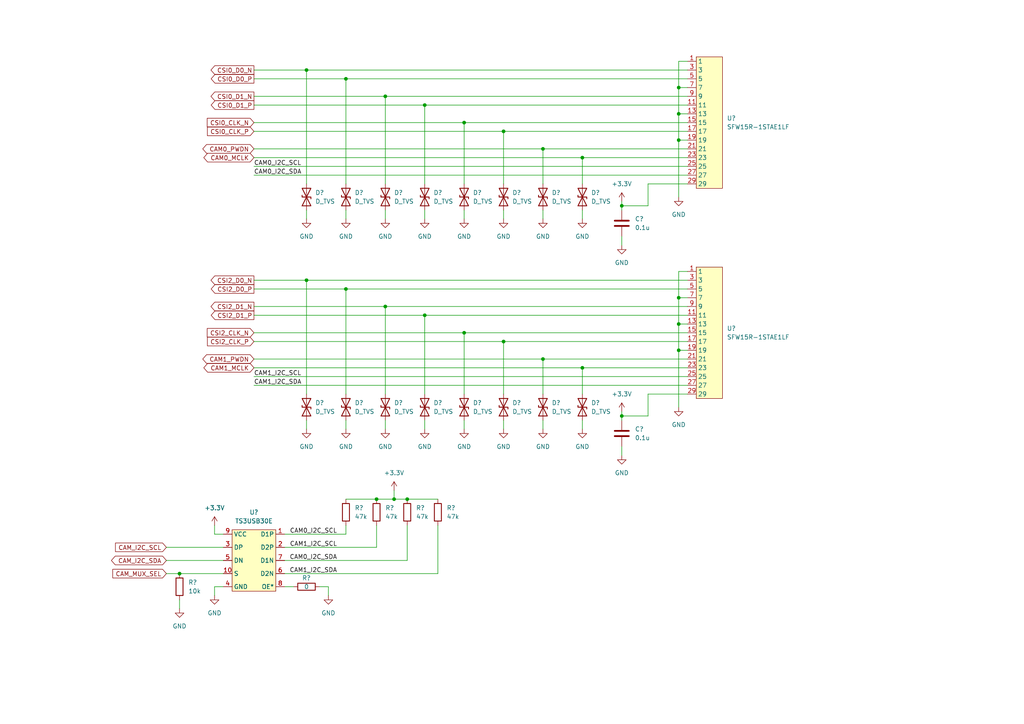
<source format=kicad_sch>
(kicad_sch (version 20211123) (generator eeschema)
  (paper "A4")
  (lib_symbols
    (symbol "Analog_Switches:TS3USB30E"
      (property "Reference" "U" (at 0 5.08 0))
      (property "Value" "TS3USB30E" (at 0 2.54 0))
      (symbol "TS3USB30E_0_1"
        (rectangle (start -6.35 -1.27) (end 6.35 -19.05) (fill (type background)))
      )
      (symbol "TS3USB30E_1_1"
        (pin input line (at 8.89 -2.54 180) (length 2.54) (name "D1P") (number "1"))
        (pin input line (at -8.89 -13.97 0) (length 2.54) (name "S") (number "10"))
        (pin input line (at 8.89 -6.35 180) (length 2.54) (name "D2P") (number "2"))
        (pin input line (at -8.89 -6.35 0) (length 2.54) (name "DP") (number "3"))
        (pin input line (at -8.89 -17.78 0) (length 2.54) (name "GND") (number "4"))
        (pin input line (at -8.89 -10.16 0) (length 2.54) (name "DN") (number "5"))
        (pin input line (at 8.89 -13.97 180) (length 2.54) (name "D2N") (number "6"))
        (pin input line (at 8.89 -10.16 180) (length 2.54) (name "D1N") (number "7"))
        (pin input line (at 8.89 -17.78 180) (length 2.54) (name "OE*") (number "8"))
        (pin input line (at -8.89 -2.54 0) (length 2.54) (name "VCC") (number "9"))
      )
    )
    (symbol "Device:C" (pin_numbers hide) (pin_names (offset 0.254))
      (property "Reference" "C" (at 0.635 2.54 0))
      (property "Value" "C" (at 0.635 -2.54 0))
      (symbol "C_0_1"
        (polyline (pts (xy -2.032 -0.762) (xy 2.032 -0.762)) (stroke (width 0.508)))
        (polyline (pts (xy -2.032 0.762) (xy 2.032 0.762)) (stroke (width 0.508)))
      )
      (symbol "C_1_1"
        (pin passive line (at 0 3.81 270) (length 2.794) (name "~") (number "1"))
        (pin passive line (at 0 -3.81 90) (length 2.794) (name "~") (number "2"))
      )
    )
    (symbol "Device:D_TVS" (pin_numbers hide) (pin_names (offset 1.016) hide)
      (property "Reference" "D" (at 0 2.54 0))
      (property "Value" "D_TVS" (at 0 -2.54 0))
      (symbol "D_TVS_0_1"
        (polyline (pts (xy 1.27 0) (xy -1.27 0)))
        (polyline (pts (xy 0.508 1.27) (xy 0 1.27) (xy 0 -1.27) (xy -0.508 -1.27)) (stroke (width 0.254)))
        (polyline (pts (xy -2.54 1.27) (xy -2.54 -1.27) (xy 2.54 1.27) (xy 2.54 -1.27) (xy -2.54 1.27)) (stroke (width 0.254)))
      )
      (symbol "D_TVS_1_1"
        (pin passive line (at -3.81 0 0) (length 2.54) (name "A1") (number "1"))
        (pin passive line (at 3.81 0 180) (length 2.54) (name "A2") (number "2"))
      )
    )
    (symbol "Device:R" (pin_numbers hide) (pin_names (offset 0))
      (property "Reference" "R" (at 2.032 0 90))
      (property "Value" "R" (at 0 0 90))
      (symbol "R_0_1"
        (rectangle (start -1.016 -2.54) (end 1.016 2.54) (stroke (width 0.254)))
      )
      (symbol "R_1_1"
        (pin passive line (at 0 3.81 270) (length 1.27) (name "~") (number "1"))
        (pin passive line (at 0 -3.81 90) (length 1.27) (name "~") (number "2"))
      )
    )
    (symbol "SFW15R-1STAE1LF_1"
      (property "Reference" "U" (at 0 5.08 0))
      (property "Value" "SFW15R-1STAE1LF_1" (at 0 2.54 0))
      (symbol "SFW15R-1STAE1LF_1_0_1"
        (rectangle (start -3.81 -1.27) (end 3.81 -39.37) (fill (type background)))
      )
      (symbol "SFW15R-1STAE1LF_1_1_1"
        (pin input line (at -6.35 -2.54 0) (length 2.54) (name "1") (number "1"))
        (pin input line (at 6.35 -12.7 180) (length 2.54) hide (name "NC") (number "10"))
        (pin input line (at -6.35 -15.24 0) (length 2.54) (name "11") (number "11"))
        (pin input line (at 6.35 -15.24 180) (length 2.54) hide (name "NC") (number "12"))
        (pin input line (at -6.35 -17.78 0) (length 2.54) (name "13") (number "13"))
        (pin input line (at 6.35 -17.78 180) (length 2.54) hide (name "NC") (number "14"))
        (pin input line (at -6.35 -20.32 0) (length 2.54) (name "15") (number "15"))
        (pin input line (at 6.35 -20.32 180) (length 2.54) hide (name "NC") (number "16"))
        (pin input line (at -6.35 -22.86 0) (length 2.54) (name "17") (number "17"))
        (pin input line (at 6.35 -22.86 180) (length 2.54) hide (name "NC") (number "18"))
        (pin input line (at -6.35 -25.4 0) (length 2.54) (name "19") (number "19"))
        (pin input line (at 6.35 -2.54 180) (length 2.54) hide (name "NC") (number "2"))
        (pin input line (at 6.35 -25.4 180) (length 2.54) hide (name "NC") (number "20"))
        (pin input line (at -6.35 -27.94 0) (length 2.54) (name "21") (number "21"))
        (pin input line (at 6.35 -27.94 180) (length 2.54) hide (name "NC") (number "22"))
        (pin input line (at -6.35 -30.48 0) (length 2.54) (name "23") (number "23"))
        (pin input line (at 6.35 -30.48 180) (length 2.54) hide (name "NC") (number "24"))
        (pin input line (at -6.35 -33.02 0) (length 2.54) (name "25") (number "25"))
        (pin input line (at 6.35 -33.02 180) (length 2.54) hide (name "NC") (number "26"))
        (pin input line (at -6.35 -35.56 0) (length 2.54) (name "27") (number "27"))
        (pin input line (at 6.35 -35.56 180) (length 2.54) hide (name "NC") (number "28"))
        (pin input line (at -6.35 -38.1 0) (length 2.54) (name "29") (number "29"))
        (pin input line (at -6.35 -5.08 0) (length 2.54) (name "3") (number "3"))
        (pin input line (at 6.35 -38.1 180) (length 2.54) hide (name "NC") (number "30"))
        (pin input line (at 6.35 -5.08 180) (length 2.54) hide (name "NC") (number "4"))
        (pin input line (at -6.35 -7.62 0) (length 2.54) (name "5") (number "5"))
        (pin input line (at 6.35 -7.62 180) (length 2.54) hide (name "NC") (number "6"))
        (pin input line (at -6.35 -10.16 0) (length 2.54) (name "7") (number "7"))
        (pin input line (at 6.35 -10.16 180) (length 2.54) hide (name "NC") (number "8"))
        (pin input line (at -6.35 -12.7 0) (length 2.54) (name "9") (number "9"))
      )
    )
    (symbol "ffc_connector:SFW15R-1STAE1LF"
      (property "Reference" "U" (at 0 5.08 0))
      (property "Value" "SFW15R-1STAE1LF" (at 0 2.54 0))
      (symbol "SFW15R-1STAE1LF_0_1"
        (rectangle (start -3.81 -1.27) (end 3.81 -39.37) (fill (type background)))
      )
      (symbol "SFW15R-1STAE1LF_1_1"
        (pin input line (at -6.35 -2.54 0) (length 2.54) (name "1") (number "1"))
        (pin input line (at 6.35 -12.7 180) (length 2.54) hide (name "NC") (number "10"))
        (pin input line (at -6.35 -15.24 0) (length 2.54) (name "11") (number "11"))
        (pin input line (at 6.35 -15.24 180) (length 2.54) hide (name "NC") (number "12"))
        (pin input line (at -6.35 -17.78 0) (length 2.54) (name "13") (number "13"))
        (pin input line (at 6.35 -17.78 180) (length 2.54) hide (name "NC") (number "14"))
        (pin input line (at -6.35 -20.32 0) (length 2.54) (name "15") (number "15"))
        (pin input line (at 6.35 -20.32 180) (length 2.54) hide (name "NC") (number "16"))
        (pin input line (at -6.35 -22.86 0) (length 2.54) (name "17") (number "17"))
        (pin input line (at 6.35 -22.86 180) (length 2.54) hide (name "NC") (number "18"))
        (pin input line (at -6.35 -25.4 0) (length 2.54) (name "19") (number "19"))
        (pin input line (at 6.35 -2.54 180) (length 2.54) hide (name "NC") (number "2"))
        (pin input line (at 6.35 -25.4 180) (length 2.54) hide (name "NC") (number "20"))
        (pin input line (at -6.35 -27.94 0) (length 2.54) (name "21") (number "21"))
        (pin input line (at 6.35 -27.94 180) (length 2.54) hide (name "NC") (number "22"))
        (pin input line (at -6.35 -30.48 0) (length 2.54) (name "23") (number "23"))
        (pin input line (at 6.35 -30.48 180) (length 2.54) hide (name "NC") (number "24"))
        (pin input line (at -6.35 -33.02 0) (length 2.54) (name "25") (number "25"))
        (pin input line (at 6.35 -33.02 180) (length 2.54) hide (name "NC") (number "26"))
        (pin input line (at -6.35 -35.56 0) (length 2.54) (name "27") (number "27"))
        (pin input line (at 6.35 -35.56 180) (length 2.54) hide (name "NC") (number "28"))
        (pin input line (at -6.35 -38.1 0) (length 2.54) (name "29") (number "29"))
        (pin input line (at -6.35 -5.08 0) (length 2.54) (name "3") (number "3"))
        (pin input line (at 6.35 -38.1 180) (length 2.54) hide (name "NC") (number "30"))
        (pin input line (at 6.35 -5.08 180) (length 2.54) hide (name "NC") (number "4"))
        (pin input line (at -6.35 -7.62 0) (length 2.54) (name "5") (number "5"))
        (pin input line (at 6.35 -7.62 180) (length 2.54) hide (name "NC") (number "6"))
        (pin input line (at -6.35 -10.16 0) (length 2.54) (name "7") (number "7"))
        (pin input line (at 6.35 -10.16 180) (length 2.54) hide (name "NC") (number "8"))
        (pin input line (at -6.35 -12.7 0) (length 2.54) (name "9") (number "9"))
      )
    )
    (symbol "power:+3.3V" (power) (pin_names (offset 0))
      (property "Value" "+3.3V" (at 0 3.556 0))
      (symbol "+3.3V_0_1"
        (polyline (pts (xy -0.762 1.27) (xy 0 2.54)))
        (polyline (pts (xy 0 0) (xy 0 2.54)))
        (polyline (pts (xy 0 2.54) (xy 0.762 1.27)))
      )
      (symbol "+3.3V_1_1"
        (pin power_in line (at 0 0 90) (length 0) hide (name "+3.3V") (number "1"))
      )
    )
    (symbol "power:GND" (power) (pin_names (offset 0))
      (property "Value" "GND" (at 0 -3.81 0))
      (symbol "GND_0_1"
        (polyline (pts (xy 0 0) (xy 0 -1.27) (xy 1.27 -1.27) (xy 0 -2.54) (xy -1.27 -1.27) (xy 0 -1.27)))
      )
      (symbol "GND_1_1"
        (pin power_in line (at 0 0 270) (length 0) hide (name "GND") (number "1"))
      )
    )
  )
  (junction (at 88.9 81.28))
  (junction (at 111.76 27.94))
  (junction (at 100.33 83.82))
  (junction (at 168.91 45.72))
  (junction (at 146.05 38.1))
  (junction (at 196.85 101.6))
  (junction (at 196.85 25.4))
  (junction (at 118.11 144.78))
  (junction (at 100.33 22.86))
  (junction (at 114.3 144.78))
  (junction (at 109.22 144.78))
  (junction (at 196.85 40.64))
  (junction (at 196.85 86.36))
  (junction (at 111.76 88.9))
  (junction (at 146.05 99.06))
  (junction (at 52.07 166.37))
  (junction (at 168.91 106.68))
  (junction (at 180.34 59.69))
  (junction (at 180.34 120.65))
  (junction (at 157.48 43.18))
  (junction (at 196.85 33.02))
  (junction (at 123.19 30.48))
  (junction (at 134.62 35.56))
  (junction (at 88.9 20.32))
  (junction (at 157.48 104.14))
  (junction (at 196.85 93.98))
  (junction (at 123.19 91.44))
  (junction (at 134.62 96.52))
  (wire (pts (xy 73.66 48.26) (xy 199.39 48.26)))
  (wire (pts (xy 157.48 104.14) (xy 199.39 104.14)))
  (wire (pts (xy 196.85 86.36) (xy 199.39 86.36)))
  (wire (pts (xy 73.66 22.86) (xy 100.33 22.86)))
  (wire (pts (xy 199.39 53.34) (xy 187.96 53.34)))
  (wire (pts (xy 134.62 96.52) (xy 199.39 96.52)))
  (wire (pts (xy 73.66 45.72) (xy 168.91 45.72)))
  (wire (pts (xy 111.76 60.96) (xy 111.76 63.5)))
  (wire (pts (xy 146.05 60.96) (xy 146.05 63.5)))
  (wire (pts (xy 123.19 60.96) (xy 123.19 63.5)))
  (wire (pts (xy 109.22 144.78) (xy 114.3 144.78)))
  (wire (pts (xy 118.11 162.56) (xy 118.11 152.4)))
  (wire (pts (xy 168.91 45.72) (xy 199.39 45.72)))
  (wire (pts (xy 134.62 96.52) (xy 134.62 114.3)))
  (wire (pts (xy 73.66 104.14) (xy 157.48 104.14)))
  (wire (pts (xy 82.55 154.94) (xy 100.33 154.94)))
  (wire (pts (xy 73.66 30.48) (xy 123.19 30.48)))
  (wire (pts (xy 48.26 162.56) (xy 64.77 162.56)))
  (wire (pts (xy 196.85 40.64) (xy 196.85 57.15)))
  (wire (pts (xy 199.39 93.98) (xy 196.85 93.98)))
  (wire (pts (xy 73.66 35.56) (xy 134.62 35.56)))
  (wire (pts (xy 48.26 158.75) (xy 64.77 158.75)))
  (wire (pts (xy 88.9 20.32) (xy 199.39 20.32)))
  (wire (pts (xy 168.91 106.68) (xy 168.91 114.3)))
  (wire (pts (xy 180.34 120.65) (xy 180.34 121.92)))
  (wire (pts (xy 199.39 78.74) (xy 196.85 78.74)))
  (wire (pts (xy 111.76 27.94) (xy 111.76 53.34)))
  (wire (pts (xy 95.25 170.18) (xy 92.71 170.18)))
  (wire (pts (xy 100.33 60.96) (xy 100.33 63.5)))
  (wire (pts (xy 127 166.37) (xy 127 152.4)))
  (wire (pts (xy 73.66 20.32) (xy 88.9 20.32)))
  (wire (pts (xy 114.3 142.24) (xy 114.3 144.78)))
  (wire (pts (xy 88.9 121.92) (xy 88.9 124.46)))
  (wire (pts (xy 157.48 121.92) (xy 157.48 124.46)))
  (wire (pts (xy 73.66 99.06) (xy 146.05 99.06)))
  (wire (pts (xy 100.33 22.86) (xy 199.39 22.86)))
  (wire (pts (xy 88.9 20.32) (xy 88.9 53.34)))
  (wire (pts (xy 73.66 50.8) (xy 199.39 50.8)))
  (wire (pts (xy 73.66 83.82) (xy 100.33 83.82)))
  (wire (pts (xy 123.19 91.44) (xy 123.19 114.3)))
  (wire (pts (xy 52.07 166.37) (xy 64.77 166.37)))
  (wire (pts (xy 82.55 166.37) (xy 127 166.37)))
  (wire (pts (xy 146.05 121.92) (xy 146.05 124.46)))
  (wire (pts (xy 123.19 91.44) (xy 199.39 91.44)))
  (wire (pts (xy 199.39 40.64) (xy 196.85 40.64)))
  (wire (pts (xy 73.66 111.76) (xy 199.39 111.76)))
  (wire (pts (xy 157.48 43.18) (xy 199.39 43.18)))
  (wire (pts (xy 73.66 43.18) (xy 157.48 43.18)))
  (wire (pts (xy 196.85 40.64) (xy 196.85 33.02)))
  (wire (pts (xy 157.48 104.14) (xy 157.48 114.3)))
  (wire (pts (xy 111.76 121.92) (xy 111.76 124.46)))
  (wire (pts (xy 111.76 88.9) (xy 199.39 88.9)))
  (wire (pts (xy 73.66 96.52) (xy 134.62 96.52)))
  (wire (pts (xy 100.33 144.78) (xy 109.22 144.78)))
  (wire (pts (xy 82.55 170.18) (xy 85.09 170.18)))
  (wire (pts (xy 73.66 91.44) (xy 123.19 91.44)))
  (wire (pts (xy 48.26 166.37) (xy 52.07 166.37)))
  (wire (pts (xy 62.23 170.18) (xy 64.77 170.18)))
  (wire (pts (xy 73.66 109.22) (xy 199.39 109.22)))
  (wire (pts (xy 187.96 114.3) (xy 187.96 120.65)))
  (wire (pts (xy 118.11 144.78) (xy 127 144.78)))
  (wire (pts (xy 88.9 60.96) (xy 88.9 63.5)))
  (wire (pts (xy 134.62 60.96) (xy 134.62 63.5)))
  (wire (pts (xy 146.05 38.1) (xy 199.39 38.1)))
  (wire (pts (xy 100.33 83.82) (xy 100.33 114.3)))
  (wire (pts (xy 187.96 53.34) (xy 187.96 59.69)))
  (wire (pts (xy 111.76 88.9) (xy 111.76 114.3)))
  (wire (pts (xy 187.96 120.65) (xy 180.34 120.65)))
  (wire (pts (xy 199.39 17.78) (xy 196.85 17.78)))
  (wire (pts (xy 180.34 68.58) (xy 180.34 71.12)))
  (wire (pts (xy 109.22 158.75) (xy 109.22 152.4)))
  (wire (pts (xy 168.91 106.68) (xy 199.39 106.68)))
  (wire (pts (xy 146.05 99.06) (xy 146.05 114.3)))
  (wire (pts (xy 146.05 99.06) (xy 199.39 99.06)))
  (wire (pts (xy 199.39 33.02) (xy 196.85 33.02)))
  (wire (pts (xy 196.85 101.6) (xy 196.85 93.98)))
  (wire (pts (xy 62.23 154.94) (xy 64.77 154.94)))
  (wire (pts (xy 100.33 121.92) (xy 100.33 124.46)))
  (wire (pts (xy 168.91 121.92) (xy 168.91 124.46)))
  (wire (pts (xy 88.9 81.28) (xy 88.9 114.3)))
  (wire (pts (xy 196.85 93.98) (xy 196.85 86.36)))
  (wire (pts (xy 52.07 173.99) (xy 52.07 176.53)))
  (wire (pts (xy 62.23 152.4) (xy 62.23 154.94)))
  (wire (pts (xy 157.48 60.96) (xy 157.48 63.5)))
  (wire (pts (xy 100.33 22.86) (xy 100.33 53.34)))
  (wire (pts (xy 196.85 78.74) (xy 196.85 86.36)))
  (wire (pts (xy 199.39 114.3) (xy 187.96 114.3)))
  (wire (pts (xy 187.96 59.69) (xy 180.34 59.69)))
  (wire (pts (xy 134.62 121.92) (xy 134.62 124.46)))
  (wire (pts (xy 180.34 129.54) (xy 180.34 132.08)))
  (wire (pts (xy 196.85 17.78) (xy 196.85 25.4)))
  (wire (pts (xy 196.85 33.02) (xy 196.85 25.4)))
  (wire (pts (xy 82.55 162.56) (xy 118.11 162.56)))
  (wire (pts (xy 82.55 158.75) (xy 109.22 158.75)))
  (wire (pts (xy 73.66 38.1) (xy 146.05 38.1)))
  (wire (pts (xy 168.91 60.96) (xy 168.91 63.5)))
  (wire (pts (xy 199.39 101.6) (xy 196.85 101.6)))
  (wire (pts (xy 123.19 30.48) (xy 123.19 53.34)))
  (wire (pts (xy 100.33 152.4) (xy 100.33 154.94)))
  (wire (pts (xy 134.62 35.56) (xy 134.62 53.34)))
  (wire (pts (xy 100.33 83.82) (xy 199.39 83.82)))
  (wire (pts (xy 157.48 43.18) (xy 157.48 53.34)))
  (wire (pts (xy 73.66 106.68) (xy 168.91 106.68)))
  (wire (pts (xy 111.76 27.94) (xy 199.39 27.94)))
  (wire (pts (xy 73.66 27.94) (xy 111.76 27.94)))
  (wire (pts (xy 134.62 35.56) (xy 199.39 35.56)))
  (wire (pts (xy 168.91 45.72) (xy 168.91 53.34)))
  (wire (pts (xy 73.66 81.28) (xy 88.9 81.28)))
  (wire (pts (xy 196.85 25.4) (xy 199.39 25.4)))
  (wire (pts (xy 123.19 121.92) (xy 123.19 124.46)))
  (wire (pts (xy 146.05 38.1) (xy 146.05 53.34)))
  (wire (pts (xy 180.34 59.69) (xy 180.34 60.96)))
  (wire (pts (xy 62.23 172.72) (xy 62.23 170.18)))
  (wire (pts (xy 123.19 30.48) (xy 199.39 30.48)))
  (wire (pts (xy 73.66 88.9) (xy 111.76 88.9)))
  (wire (pts (xy 196.85 101.6) (xy 196.85 118.11)))
  (wire (pts (xy 95.25 172.72) (xy 95.25 170.18)))
  (wire (pts (xy 180.34 58.42) (xy 180.34 59.69)))
  (wire (pts (xy 88.9 81.28) (xy 199.39 81.28)))
  (wire (pts (xy 180.34 119.38) (xy 180.34 120.65)))
  (wire (pts (xy 114.3 144.78) (xy 118.11 144.78)))
  (label "CAM0_I2C_SDA" (at 73.66 50.8 0))
  (label "CAM0_I2C_SDA" (at 97.79 162.56 180))
  (label "CAM1_I2C_SCL" (at 73.66 109.22 0))
  (label "CAM0_I2C_SCL" (at 73.66 48.26 0))
  (label "CAM0_I2C_SCL" (at 97.79 154.94 180))
  (label "CAM1_I2C_SDA" (at 73.66 111.76 0))
  (label "CAM1_I2C_SCL" (at 97.79 158.75 180))
  (label "CAM1_I2C_SDA" (at 97.79 166.37 180))
  (global_label "CSI2_CLK_N" (shape input) (at 73.66 96.52 180) (property "Intersheet References" "${INTERSHEET_REFS}" (effects hide)))
  (global_label "CSI2_CLK_P" (shape input) (at 73.66 99.06 180) (property "Intersheet References" "${INTERSHEET_REFS}" (effects hide)))
  (global_label "CAM1_PWDN" (shape bidirectional) (at 73.66 104.14 180) (property "Intersheet References" "${INTERSHEET_REFS}" (effects hide)))
  (global_label "CSI0_D0_N" (shape output) (at 73.66 20.32 180) (property "Intersheet References" "${INTERSHEET_REFS}" (effects hide)))
  (global_label "CSI0_D1_N" (shape output) (at 73.66 27.94 180) (property "Intersheet References" "${INTERSHEET_REFS}" (effects hide)))
  (global_label "CAM0_PWDN" (shape bidirectional) (at 73.66 43.18 180) (property "Intersheet References" "${INTERSHEET_REFS}" (effects hide)))
  (global_label "CAM1_MCLK" (shape bidirectional) (at 73.66 106.68 180) (property "Intersheet References" "${INTERSHEET_REFS}" (effects hide)))
  (global_label "CSI2_D0_P" (shape output) (at 73.66 83.82 180) (property "Intersheet References" "${INTERSHEET_REFS}" (effects hide)))
  (global_label "CAM_MUX_SEL" (shape input) (at 48.26 166.37 180) (property "Intersheet References" "${INTERSHEET_REFS}" (effects hide)))
  (global_label "CAM_I2C_SDA" (shape bidirectional) (at 48.26 162.56 180) (property "Intersheet References" "${INTERSHEET_REFS}" (effects hide)))
  (global_label "CAM_I2C_SCL" (shape input) (at 48.26 158.75 180) (property "Intersheet References" "${INTERSHEET_REFS}" (effects hide)))
  (global_label "CSI2_D1_N" (shape output) (at 73.66 88.9 180) (property "Intersheet References" "${INTERSHEET_REFS}" (effects hide)))
  (global_label "CAM0_MCLK" (shape bidirectional) (at 73.66 45.72 180) (property "Intersheet References" "${INTERSHEET_REFS}" (effects hide)))
  (global_label "CSI2_D0_N" (shape output) (at 73.66 81.28 180) (property "Intersheet References" "${INTERSHEET_REFS}" (effects hide)))
  (global_label "CSI0_CLK_P" (shape input) (at 73.66 38.1 180) (property "Intersheet References" "${INTERSHEET_REFS}" (effects hide)))
  (global_label "CSI0_D0_P" (shape output) (at 73.66 22.86 180) (property "Intersheet References" "${INTERSHEET_REFS}" (effects hide)))
  (global_label "CSI2_D1_P" (shape output) (at 73.66 91.44 180) (property "Intersheet References" "${INTERSHEET_REFS}" (effects hide)))
  (global_label "CSI0_CLK_N" (shape input) (at 73.66 35.56 180) (property "Intersheet References" "${INTERSHEET_REFS}" (effects hide)))
  (global_label "CSI0_D1_P" (shape output) (at 73.66 30.48 180) (property "Intersheet References" "${INTERSHEET_REFS}" (effects hide)))
  (symbol (lib_id "power:GND") (at 146.05 124.46 0) (unit 1)
    (property "Reference" "#PWR?" (effects hide))
    (property "Value" "GND" (at 146.05 129.54 0))
  )
  (symbol (lib_id "Device:D_TVS") (at 157.48 57.15 90) (unit 1)
    (property "Reference" "D?" (at 160.02 55.8799 90) (effects (justify right)))
    (property "Value" "D_TVS" (at 160.02 58.4199 90) (effects (justify right)))
  )
  (symbol (lib_id "Device:D_TVS") (at 88.9 57.15 90) (unit 1)
    (property "Reference" "D?" (at 91.44 55.8799 90) (effects (justify right)))
    (property "Value" "D_TVS" (at 91.44 58.4199 90) (effects (justify right)))
  )
  (symbol (lib_id "Device:D_TVS") (at 100.33 118.11 90) (unit 1)
    (property "Reference" "D?" (at 102.87 116.8399 90) (effects (justify right)))
    (property "Value" "D_TVS" (at 102.87 119.3799 90) (effects (justify right)))
  )
  (symbol (lib_id "Device:D_TVS") (at 123.19 118.11 90) (unit 1)
    (property "Reference" "D?" (at 125.73 116.8399 90) (effects (justify right)))
    (property "Value" "D_TVS" (at 125.73 119.3799 90) (effects (justify right)))
  )
  (symbol (lib_id "Device:R") (at 52.07 170.18 0) (unit 1)
    (property "Reference" "R?" (at 54.61 168.9099 0) (effects (justify left)))
    (property "Value" "10k" (at 54.61 171.4499 0) (effects (justify left)))
  )
  (symbol (lib_id "power:GND") (at 134.62 63.5 0) (unit 1)
    (property "Reference" "#PWR?" (effects hide))
    (property "Value" "GND" (at 134.62 68.58 0))
  )
  (symbol (lib_id "power:+3.3V") (at 180.34 58.42 0) (unit 1)
    (property "Reference" "#PWR?" (effects hide))
    (property "Value" "+3.3V" (at 180.34 53.34 0))
  )
  (symbol (lib_id "power:GND") (at 52.07 176.53 0) (unit 1)
    (property "Reference" "#PWR?" (effects hide))
    (property "Value" "GND" (at 52.07 181.61 0))
  )
  (symbol (lib_id "power:GND") (at 196.85 57.15 0) (unit 1)
    (property "Reference" "#PWR?" (effects hide))
    (property "Value" "GND" (at 196.85 62.23 0))
  )
  (symbol (lib_id "Device:D_TVS") (at 134.62 118.11 90) (unit 1)
    (property "Reference" "D?" (at 137.16 116.8399 90) (effects (justify right)))
    (property "Value" "D_TVS" (at 137.16 119.3799 90) (effects (justify right)))
  )
  (symbol (lib_id "power:GND") (at 100.33 124.46 0) (unit 1)
    (property "Reference" "#PWR?" (effects hide))
    (property "Value" "GND" (at 100.33 129.54 0))
  )
  (symbol (lib_id "power:GND") (at 180.34 132.08 0) (unit 1)
    (property "Reference" "#PWR?" (effects hide))
    (property "Value" "GND" (at 180.34 137.16 0))
  )
  (symbol (lib_id "power:GND") (at 100.33 63.5 0) (unit 1)
    (property "Reference" "#PWR?" (effects hide))
    (property "Value" "GND" (at 100.33 68.58 0))
  )
  (symbol (lib_id "power:GND") (at 123.19 63.5 0) (unit 1)
    (property "Reference" "#PWR?" (effects hide))
    (property "Value" "GND" (at 123.19 68.58 0))
  )
  (symbol (lib_id "Device:D_TVS") (at 111.76 57.15 90) (unit 1)
    (property "Reference" "D?" (at 114.3 55.8799 90) (effects (justify right)))
    (property "Value" "D_TVS" (at 114.3 58.4199 90) (effects (justify right)))
  )
  (symbol (lib_id "Device:D_TVS") (at 157.48 118.11 90) (unit 1)
    (property "Reference" "D?" (at 160.02 116.8399 90) (effects (justify right)))
    (property "Value" "D_TVS" (at 160.02 119.3799 90) (effects (justify right)))
  )
  (symbol (lib_id "Device:R") (at 100.33 148.59 0) (unit 1)
    (property "Reference" "R?" (at 102.87 147.3199 0) (effects (justify left)))
    (property "Value" "47k" (at 102.87 149.8599 0) (effects (justify left)))
  )
  (symbol (lib_id "Device:D_TVS") (at 88.9 118.11 90) (unit 1)
    (property "Reference" "D?" (at 91.44 116.8399 90) (effects (justify right)))
    (property "Value" "D_TVS" (at 91.44 119.3799 90) (effects (justify right)))
  )
  (symbol (lib_id "Device:D_TVS") (at 111.76 118.11 90) (unit 1)
    (property "Reference" "D?" (at 114.3 116.8399 90) (effects (justify right)))
    (property "Value" "D_TVS" (at 114.3 119.3799 90) (effects (justify right)))
  )
  (symbol (lib_id "power:GND") (at 168.91 63.5 0) (unit 1)
    (property "Reference" "#PWR?" (effects hide))
    (property "Value" "GND" (at 168.91 68.58 0))
  )
  (symbol (lib_id "power:+3.3V") (at 114.3 142.24 0) (unit 1)
    (property "Reference" "#PWR?" (effects hide))
    (property "Value" "+3.3V" (at 114.3 137.16 0))
  )
  (symbol (lib_id "Device:D_TVS") (at 146.05 118.11 90) (unit 1)
    (property "Reference" "D?" (at 148.59 116.8399 90) (effects (justify right)))
    (property "Value" "D_TVS" (at 148.59 119.3799 90) (effects (justify right)))
  )
  (symbol (lib_id "Device:D_TVS") (at 168.91 57.15 90) (unit 1)
    (property "Reference" "D?" (at 171.45 55.8799 90) (effects (justify right)))
    (property "Value" "D_TVS" (at 171.45 58.4199 90) (effects (justify right)))
  )
  (symbol (lib_id "Device:D_TVS") (at 123.19 57.15 90) (unit 1)
    (property "Reference" "D?" (at 125.73 55.8799 90) (effects (justify right)))
    (property "Value" "D_TVS" (at 125.73 58.4199 90) (effects (justify right)))
  )
  (symbol (lib_id "Analog_Switches:TS3USB30E") (at 73.66 152.4 0) (unit 1)
    (property "Reference" "U?" (at 73.66 148.59 0))
    (property "Value" "TS3USB30E" (at 73.66 151.13 0))
  )
  (symbol (lib_id "power:GND") (at 168.91 124.46 0) (unit 1)
    (property "Reference" "#PWR?" (effects hide))
    (property "Value" "GND" (at 168.91 129.54 0))
  )
  (symbol (lib_id "power:+3.3V") (at 62.23 152.4 0) (unit 1)
    (property "Reference" "#PWR?" (effects hide))
    (property "Value" "+3.3V" (at 62.23 147.32 0))
  )
  (symbol (lib_id "Device:D_TVS") (at 100.33 57.15 90) (unit 1)
    (property "Reference" "D?" (at 102.87 55.8799 90) (effects (justify right)))
    (property "Value" "D_TVS" (at 102.87 58.4199 90) (effects (justify right)))
  )
  (symbol (lib_id "power:GND") (at 157.48 63.5 0) (unit 1)
    (property "Reference" "#PWR?" (effects hide))
    (property "Value" "GND" (at 157.48 68.58 0))
  )
  (symbol (lib_id "power:GND") (at 157.48 124.46 0) (unit 1)
    (property "Reference" "#PWR?" (effects hide))
    (property "Value" "GND" (at 157.48 129.54 0))
  )
  (symbol (lib_id "Device:C") (at 180.34 125.73 0) (unit 1)
    (property "Reference" "C?" (at 184.15 124.4599 0) (effects (justify left)))
    (property "Value" "0.1u" (at 184.15 126.9999 0) (effects (justify left)))
  )
  (symbol (lib_id "power:GND") (at 111.76 63.5 0) (unit 1)
    (property "Reference" "#PWR?" (effects hide))
    (property "Value" "GND" (at 111.76 68.58 0))
  )
  (symbol (lib_id "power:GND") (at 123.19 124.46 0) (unit 1)
    (property "Reference" "#PWR?" (effects hide))
    (property "Value" "GND" (at 123.19 129.54 0))
  )
  (symbol (lib_id "power:GND") (at 88.9 63.5 0) (unit 1)
    (property "Reference" "#PWR?" (effects hide))
    (property "Value" "GND" (at 88.9 68.58 0))
  )
  (symbol (lib_id "power:GND") (at 62.23 172.72 0) (unit 1)
    (property "Reference" "#PWR?" (effects hide))
    (property "Value" "GND" (at 62.23 177.8 0))
  )
  (symbol (lib_id "power:GND") (at 180.34 71.12 0) (unit 1)
    (property "Reference" "#PWR?" (effects hide))
    (property "Value" "GND" (at 180.34 76.2 0))
  )
  (symbol (lib_id "power:GND") (at 196.85 118.11 0) (unit 1)
    (property "Reference" "#PWR?" (effects hide))
    (property "Value" "GND" (at 196.85 123.19 0))
  )
  (symbol (lib_id "power:GND") (at 134.62 124.46 0) (unit 1)
    (property "Reference" "#PWR?" (effects hide))
    (property "Value" "GND" (at 134.62 129.54 0))
  )
  (symbol (lib_id "Device:D_TVS") (at 146.05 57.15 90) (unit 1)
    (property "Reference" "D?" (at 148.59 55.8799 90) (effects (justify right)))
    (property "Value" "D_TVS" (at 148.59 58.4199 90) (effects (justify right)))
  )
  (symbol (lib_name "SFW15R-1STAE1LF_1") (lib_id "ffc_connector:SFW15R-1STAE1LF") (at 205.74 76.2 0) (unit 1)
    (property "Reference" "U?" (at 210.82 95.2499 0) (effects (justify left)))
    (property "Value" "SFW15R-1STAE1LF" (at 210.82 97.7899 0) (effects (justify left)))
  )
  (symbol (lib_id "power:GND") (at 88.9 124.46 0) (unit 1)
    (property "Reference" "#PWR?" (effects hide))
    (property "Value" "GND" (at 88.9 129.54 0))
  )
  (symbol (lib_id "Device:D_TVS") (at 134.62 57.15 90) (unit 1)
    (property "Reference" "D?" (at 137.16 55.8799 90) (effects (justify right)))
    (property "Value" "D_TVS" (at 137.16 58.4199 90) (effects (justify right)))
  )
  (symbol (lib_id "power:GND") (at 146.05 63.5 0) (unit 1)
    (property "Reference" "#PWR?" (effects hide))
    (property "Value" "GND" (at 146.05 68.58 0))
  )
  (symbol (lib_id "power:GND") (at 95.25 172.72 0) (unit 1)
    (property "Reference" "#PWR?" (effects hide))
    (property "Value" "GND" (at 95.25 177.8 0))
  )
  (symbol (lib_id "Device:D_TVS") (at 168.91 118.11 90) (unit 1)
    (property "Reference" "D?" (at 171.45 116.8399 90) (effects (justify right)))
    (property "Value" "D_TVS" (at 171.45 119.3799 90) (effects (justify right)))
  )
  (symbol (lib_id "Device:R") (at 127 148.59 0) (unit 1)
    (property "Reference" "R?" (at 129.54 147.3199 0) (effects (justify left)))
    (property "Value" "47k" (at 129.54 149.8599 0) (effects (justify left)))
  )
  (symbol (lib_id "Device:R") (at 118.11 148.59 0) (unit 1)
    (property "Reference" "R?" (at 120.65 147.3199 0) (effects (justify left)))
    (property "Value" "47k" (at 120.65 149.8599 0) (effects (justify left)))
  )
  (symbol (lib_id "Device:C") (at 180.34 64.77 0) (unit 1)
    (property "Reference" "C?" (at 184.15 63.4999 0) (effects (justify left)))
    (property "Value" "0.1u" (at 184.15 66.0399 0) (effects (justify left)))
  )
  (symbol (lib_id "ffc_connector:SFW15R-1STAE1LF") (at 205.74 15.24 0) (unit 1)
    (property "Reference" "U?" (at 210.82 34.2899 0) (effects (justify left)))
    (property "Value" "SFW15R-1STAE1LF" (at 210.82 36.8299 0) (effects (justify left)))
  )
  (symbol (lib_id "power:GND") (at 111.76 124.46 0) (unit 1)
    (property "Reference" "#PWR?" (effects hide))
    (property "Value" "GND" (at 111.76 129.54 0))
  )
  (symbol (lib_id "Device:R") (at 88.9 170.18 90) (unit 1)
    (property "Reference" "R?" (at 88.9 167.64 90))
    (property "Value" "0" (at 88.9 170.18 90))
  )
  (symbol (lib_id "Device:R") (at 109.22 148.59 0) (unit 1)
    (property "Reference" "R?" (at 111.76 147.3199 0) (effects (justify left)))
    (property "Value" "47k" (at 111.76 149.8599 0) (effects (justify left)))
  )
  (symbol (lib_id "power:+3.3V") (at 180.34 119.38 0) (unit 1)
    (property "Reference" "#PWR?" (effects hide))
    (property "Value" "+3.3V" (at 180.34 114.3 0))
  )
)
</source>
